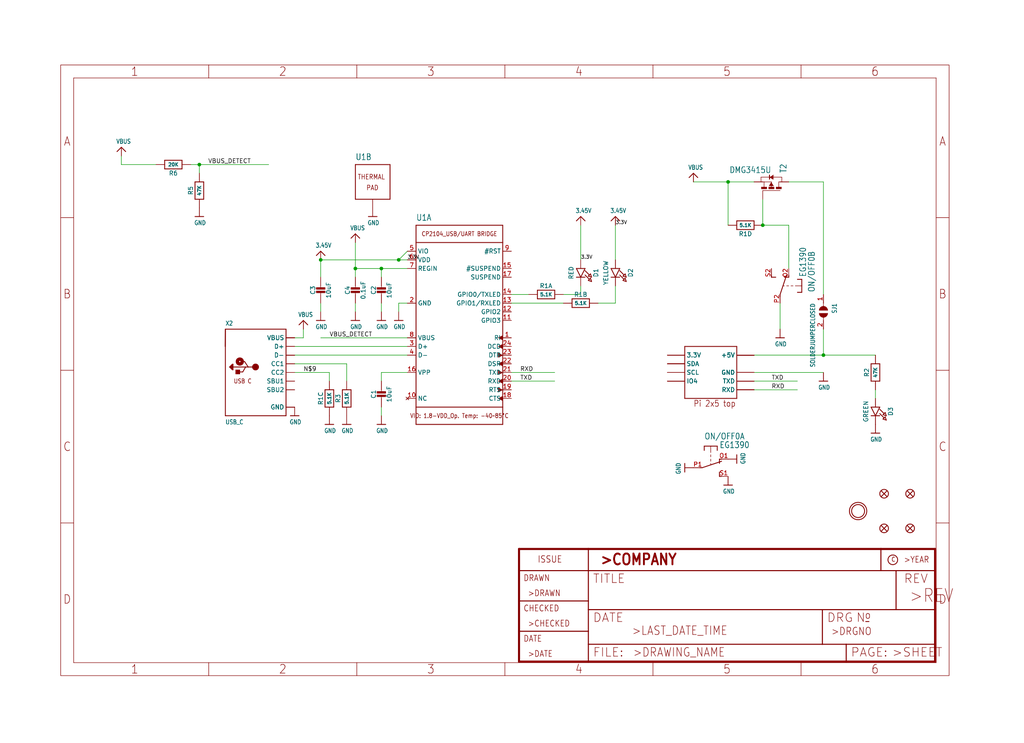
<source format=kicad_sch>
(kicad_sch (version 20211123) (generator eeschema)
  (paper "User" 300.076 217.881)
  (lib_symbols
    (symbol "eagleSchem-eagle-import:3.3V" (power)
      (property "Value" "3.3V" (at -1.524 1.016 0))
      (symbol "3.3V_1_0"
        (polyline (pts (xy -1.27 -1.27) (xy 0 0)) (stroke (width 0.254)))
        (polyline (pts (xy 0 0) (xy 1.27 -1.27)) (stroke (width 0.254)))
        (pin power_in line (at 0 -2.54 90) (length 2.54) (name "3.3V") (number "1"))
      )
    )
    (symbol "eagleSchem-eagle-import:CAP_CERAMIC0603_NO"
      (property "Reference" "C" (at -2.29 1.25 90))
      (property "Value" "CAP_CERAMIC0603_NO" (at 2.3 1.25 90))
      (symbol "CAP_CERAMIC0603_NO_1_0"
        (rectangle (start -1.27 0.508) (end 1.27 1.016) (fill (type outline)))
        (rectangle (start -1.27 1.524) (end 1.27 2.032) (fill (type outline)))
        (polyline (pts (xy 0 0.762) (xy 0 0)) (stroke (width 0.1524)))
        (polyline (pts (xy 0 2.54) (xy 0 1.778)) (stroke (width 0.1524)))
        (pin passive line (at 0 5.08 270) (length 2.54) (name "1") (number "1"))
        (pin passive line (at 0 -2.54 90) (length 2.54) (name "2") (number "2"))
      )
    )
    (symbol "eagleSchem-eagle-import:CAP_CERAMIC0805-NOOUTLINE"
      (property "Reference" "C" (at -2.29 1.25 90))
      (property "Value" "CAP_CERAMIC0805-NOOUTLINE" (at 2.3 1.25 90))
      (symbol "CAP_CERAMIC0805-NOOUTLINE_1_0"
        (rectangle (start -1.27 0.508) (end 1.27 1.016) (fill (type outline)))
        (rectangle (start -1.27 1.524) (end 1.27 2.032) (fill (type outline)))
        (polyline (pts (xy 0 0.762) (xy 0 0)) (stroke (width 0.1524)))
        (polyline (pts (xy 0 2.54) (xy 0 1.778)) (stroke (width 0.1524)))
        (pin passive line (at 0 5.08 270) (length 2.54) (name "1") (number "1"))
        (pin passive line (at 0 -2.54 90) (length 2.54) (name "2") (number "2"))
      )
    )
    (symbol "eagleSchem-eagle-import:CP2104"
      (property "Reference" "U" (at -5.08 6.35 0))
      (symbol "CP2104_1_0"
        (polyline (pts (xy -12.7 -30.48) (xy 12.7 -30.48)) (stroke (width 0.254)))
        (polyline (pts (xy -12.7 -25.4) (xy -12.7 -30.48)) (stroke (width 0.254)))
        (polyline (pts (xy -12.7 -25.4) (xy -12.7 22.86)) (stroke (width 0.254)))
        (polyline (pts (xy -12.7 22.86) (xy -12.7 27.94)) (stroke (width 0.254)))
        (polyline (pts (xy -12.7 22.86) (xy 12.7 22.86)) (stroke (width 0.254)))
        (polyline (pts (xy -12.7 27.94) (xy 12.7 27.94)) (stroke (width 0.254)))
        (polyline (pts (xy 12.7 -30.48) (xy 12.7 -25.4)) (stroke (width 0.254)))
        (polyline (pts (xy 12.7 -25.4) (xy -12.7 -25.4)) (stroke (width 0.254)))
        (polyline (pts (xy 12.7 22.86) (xy 12.7 -25.4)) (stroke (width 0.254)))
        (polyline (pts (xy 12.7 27.94) (xy 12.7 22.86)) (stroke (width 0.254)))
        (polyline (pts (xy 11.43 -19.685) (xy 11.43 -20.955) (xy 12.7 -20.32)) (fill (type outline)))
        (polyline (pts (xy 11.43 -14.605) (xy 11.43 -15.875) (xy 12.7 -15.24)) (fill (type outline)))
        (polyline (pts (xy 11.43 -9.525) (xy 11.43 -10.795) (xy 12.7 -10.16)) (fill (type outline)))
        (polyline (pts (xy 12.7 -22.225) (xy 11.43 -22.86) (xy 12.7 -23.495)) (fill (type outline)))
        (polyline (pts (xy 12.7 -17.145) (xy 11.43 -17.78) (xy 12.7 -18.415)) (fill (type outline)))
        (polyline (pts (xy 12.7 -12.065) (xy 11.43 -12.7) (xy 12.7 -13.335)) (fill (type outline)))
        (polyline (pts (xy 12.7 -6.985) (xy 11.43 -7.62) (xy 12.7 -8.255)) (fill (type outline)))
        (polyline (pts (xy 12.7 -4.445) (xy 11.43 -5.08) (xy 12.7 -5.715)) (fill (type outline)))
        (text "CP2104_USB/UART BRIDGE" (at 0 25.4 0) (effects (font (size 1.27 1.0795))))
        (text "VIO: 1.8-VDD_Op. Temp: -40~85°C" (at 0 -27.94 0) (effects (font (size 1.27 1.0795))))
        (pin input line (at 15.24 -5.08 180) (length 2.54) (name "RI") (number "1"))
        (pin no_connect line (at -15.24 -22.86 0) (length 2.54) (name "NC") (number "10"))
        (pin bidirectional line (at 15.24 0 180) (length 2.54) (name "GPIO3") (number "11"))
        (pin bidirectional line (at 15.24 2.54 180) (length 2.54) (name "GPIO2") (number "12"))
        (pin bidirectional line (at 15.24 5.08 180) (length 2.54) (name "GPIO1/RXLED") (number "13"))
        (pin bidirectional line (at 15.24 7.62 180) (length 2.54) (name "GPIO0/TXLED") (number "14"))
        (pin output line (at 15.24 15.24 180) (length 2.54) (name "#SUSPEND") (number "15"))
        (pin bidirectional line (at -15.24 -15.24 0) (length 2.54) (name "VPP") (number "16"))
        (pin output line (at 15.24 12.7 180) (length 2.54) (name "SUSPEND") (number "17"))
        (pin input line (at 15.24 -22.86 180) (length 2.54) (name "CTS") (number "18"))
        (pin output line (at 15.24 -20.32 180) (length 2.54) (name "RTS") (number "19"))
        (pin power_in line (at -15.24 5.08 0) (length 2.54) (name "GND") (number "2"))
        (pin input line (at 15.24 -17.78 180) (length 2.54) (name "RXD") (number "20"))
        (pin output line (at 15.24 -15.24 180) (length 2.54) (name "TXD") (number "21"))
        (pin input line (at 15.24 -12.7 180) (length 2.54) (name "DSR") (number "22"))
        (pin output line (at 15.24 -10.16 180) (length 2.54) (name "DTR") (number "23"))
        (pin input line (at 15.24 -7.62 180) (length 2.54) (name "DCD") (number "24"))
        (pin bidirectional line (at -15.24 -7.62 0) (length 2.54) (name "D+") (number "3"))
        (pin bidirectional line (at -15.24 -10.16 0) (length 2.54) (name "D-") (number "4"))
        (pin power_in line (at -15.24 20.32 0) (length 2.54) (name "VIO") (number "5"))
        (pin power_in line (at -15.24 17.78 0) (length 2.54) (name "VDD") (number "6"))
        (pin power_in line (at -15.24 15.24 0) (length 2.54) (name "REGIN") (number "7"))
        (pin power_in line (at -15.24 -5.08 0) (length 2.54) (name "VBUS") (number "8"))
        (pin bidirectional line (at 15.24 20.32 180) (length 2.54) (name "#RST") (number "9"))
      )
      (symbol "CP2104_2_0"
        (polyline (pts (xy -5.08 -5.08) (xy -5.08 5.08)) (stroke (width 0.254)))
        (polyline (pts (xy -5.08 5.08) (xy 5.08 5.08)) (stroke (width 0.254)))
        (polyline (pts (xy 5.08 -5.08) (xy -5.08 -5.08)) (stroke (width 0.254)))
        (polyline (pts (xy 5.08 5.08) (xy 5.08 -5.08)) (stroke (width 0.254)))
        (text "PAD" (at -1.905 -2.54 0) (effects (font (size 1.4224 1.209)) (justify left bottom)))
        (text "THERMAL" (at -4.445 0.635 0) (effects (font (size 1.4224 1.209)) (justify left bottom)))
        (pin power_in line (at 0 -7.62 90) (length 2.54) (name "TP") (number "THERM"))
      )
    )
    (symbol "eagleSchem-eagle-import:DPDT-EG1390"
      (property "Reference" "SW" (at -8.255 -1.905 90))
      (property "Value" "DPDT-EG1390" (at -5.715 2.54 90))
      (symbol "DPDT-EG1390_1_0"
        (polyline (pts (xy -6.35 -1.905) (xy -5.08 -1.905)) (stroke (width 0.254)))
        (polyline (pts (xy -6.35 0) (xy -6.35 -1.905)) (stroke (width 0.254)))
        (polyline (pts (xy -6.35 0) (xy -4.445 0)) (stroke (width 0.1524)))
        (polyline (pts (xy -6.35 1.905) (xy -6.35 0)) (stroke (width 0.254)))
        (polyline (pts (xy -6.35 1.905) (xy -5.08 1.905)) (stroke (width 0.254)))
        (polyline (pts (xy -3.175 0) (xy -3.81 0)) (stroke (width 0.1524)))
        (polyline (pts (xy -2.54 2.54) (xy -2.54 3.175)) (stroke (width 0.254)))
        (polyline (pts (xy -2.54 2.54) (xy -1.27 2.54)) (stroke (width 0.254)))
        (polyline (pts (xy -1.905 0) (xy -2.54 0)) (stroke (width 0.1524)))
        (polyline (pts (xy -0.889 0) (xy -1.27 0)) (stroke (width 0.1524)))
        (polyline (pts (xy 0 -3.175) (xy 0 -2.54)) (stroke (width 0.254)))
        (polyline (pts (xy 0 -2.54) (xy -1.905 3.175)) (stroke (width 0.254)))
        (polyline (pts (xy 1.27 2.54) (xy 2.54 2.54)) (stroke (width 0.254)))
        (polyline (pts (xy 2.54 2.54) (xy 2.54 3.175)) (stroke (width 0.254)))
        (pin passive line (at -2.54 5.08 270) (length 2.54) (name "O") (number "O1"))
        (pin passive line (at 0 -5.08 90) (length 2.54) (name "P") (number "P1"))
        (pin passive line (at 2.54 5.08 270) (length 2.54) (name "S") (number "S1"))
      )
      (symbol "DPDT-EG1390_2_0"
        (polyline (pts (xy -6.35 -1.905) (xy -5.08 -1.905)) (stroke (width 0.254)))
        (polyline (pts (xy -6.35 0) (xy -6.35 -1.905)) (stroke (width 0.254)))
        (polyline (pts (xy -6.35 0) (xy -4.445 0)) (stroke (width 0.1524)))
        (polyline (pts (xy -6.35 1.905) (xy -6.35 0)) (stroke (width 0.254)))
        (polyline (pts (xy -6.35 1.905) (xy -5.08 1.905)) (stroke (width 0.254)))
        (polyline (pts (xy -3.175 0) (xy -3.81 0)) (stroke (width 0.1524)))
        (polyline (pts (xy -2.54 2.54) (xy -2.54 3.175)) (stroke (width 0.254)))
        (polyline (pts (xy -2.54 2.54) (xy -1.27 2.54)) (stroke (width 0.254)))
        (polyline (pts (xy -1.905 0) (xy -2.54 0)) (stroke (width 0.1524)))
        (polyline (pts (xy -0.889 0) (xy -1.27 0)) (stroke (width 0.1524)))
        (polyline (pts (xy 0 -3.175) (xy 0 -2.54)) (stroke (width 0.254)))
        (polyline (pts (xy 0 -2.54) (xy -1.905 3.175)) (stroke (width 0.254)))
        (polyline (pts (xy 1.27 2.54) (xy 2.54 2.54)) (stroke (width 0.254)))
        (polyline (pts (xy 2.54 2.54) (xy 2.54 3.175)) (stroke (width 0.254)))
        (pin passive line (at -2.54 5.08 270) (length 2.54) (name "O") (number "O2"))
        (pin passive line (at 0 -5.08 90) (length 2.54) (name "P") (number "P2"))
        (pin passive line (at 2.54 5.08 270) (length 2.54) (name "S") (number "S2"))
      )
    )
    (symbol "eagleSchem-eagle-import:FIDUCIAL_1MM"
      (symbol "FIDUCIAL_1MM_1_0"
        (polyline (pts (xy -0.762 0.762) (xy 0.762 -0.762)) (stroke (width 0.254)))
        (polyline (pts (xy 0.762 0.762) (xy -0.762 -0.762)) (stroke (width 0.254)))
        (circle (center 0 0) (radius 1.27) (stroke (width 0.254)))
      )
    )
    (symbol "eagleSchem-eagle-import:FRAME_A4"
      (symbol "FRAME_A4_1_0"
        (polyline (pts (xy 0 44.7675) (xy 3.81 44.7675)))
        (polyline (pts (xy 0 89.535) (xy 3.81 89.535)))
        (polyline (pts (xy 0 134.3025) (xy 3.81 134.3025)))
        (polyline (pts (xy 3.81 3.81) (xy 3.81 175.26)))
        (polyline (pts (xy 43.3917 0) (xy 43.3917 3.81)))
        (polyline (pts (xy 43.3917 175.26) (xy 43.3917 179.07)))
        (polyline (pts (xy 86.7833 0) (xy 86.7833 3.81)))
        (polyline (pts (xy 86.7833 175.26) (xy 86.7833 179.07)))
        (polyline (pts (xy 130.175 0) (xy 130.175 3.81)))
        (polyline (pts (xy 130.175 175.26) (xy 130.175 179.07)))
        (polyline (pts (xy 173.5667 0) (xy 173.5667 3.81)))
        (polyline (pts (xy 173.5667 175.26) (xy 173.5667 179.07)))
        (polyline (pts (xy 216.9583 0) (xy 216.9583 3.81)))
        (polyline (pts (xy 216.9583 175.26) (xy 216.9583 179.07)))
        (polyline (pts (xy 256.54 3.81) (xy 3.81 3.81)))
        (polyline (pts (xy 256.54 3.81) (xy 256.54 8.89)) (stroke (width 0.1016)))
        (polyline (pts (xy 256.54 3.81) (xy 256.54 175.26)))
        (polyline (pts (xy 256.54 8.89) (xy 256.54 13.97)) (stroke (width 0.1016)))
        (polyline (pts (xy 256.54 13.97) (xy 256.54 19.05)) (stroke (width 0.1016)))
        (polyline (pts (xy 256.54 19.05) (xy 256.54 36.83)) (stroke (width 0.1016)))
        (polyline (pts (xy 256.54 44.7675) (xy 260.35 44.7675)))
        (polyline (pts (xy 256.54 89.535) (xy 260.35 89.535)))
        (polyline (pts (xy 256.54 134.3025) (xy 260.35 134.3025)))
        (polyline (pts (xy 256.54 175.26) (xy 3.81 175.26)))
        (polyline (pts (xy 0 0) (xy 260.35 0) (xy 260.35 179.07) (xy 0 179.07) (xy 0 0)))
        (text "1" (at 21.6958 1.905 0) (effects (font (size 2.54 2.286))))
        (text "1" (at 21.6958 177.165 0) (effects (font (size 2.54 2.286))))
        (text "2" (at 65.0875 1.905 0) (effects (font (size 2.54 2.286))))
        (text "2" (at 65.0875 177.165 0) (effects (font (size 2.54 2.286))))
        (text "3" (at 108.4792 1.905 0) (effects (font (size 2.54 2.286))))
        (text "3" (at 108.4792 177.165 0) (effects (font (size 2.54 2.286))))
        (text "4" (at 151.8708 1.905 0) (effects (font (size 2.54 2.286))))
        (text "4" (at 151.8708 177.165 0) (effects (font (size 2.54 2.286))))
        (text "5" (at 195.2625 1.905 0) (effects (font (size 2.54 2.286))))
        (text "5" (at 195.2625 177.165 0) (effects (font (size 2.54 2.286))))
        (text "6" (at 238.6542 1.905 0) (effects (font (size 2.54 2.286))))
        (text "6" (at 238.6542 177.165 0) (effects (font (size 2.54 2.286))))
        (text "A" (at 1.905 156.6863 0) (effects (font (size 2.54 2.286))))
        (text "A" (at 258.445 156.6863 0) (effects (font (size 2.54 2.286))))
        (text "B" (at 1.905 111.9188 0) (effects (font (size 2.54 2.286))))
        (text "B" (at 258.445 111.9188 0) (effects (font (size 2.54 2.286))))
        (text "C" (at 1.905 67.1513 0) (effects (font (size 2.54 2.286))))
        (text "C" (at 258.445 67.1513 0) (effects (font (size 2.54 2.286))))
        (text "D" (at 1.905 22.3838 0) (effects (font (size 2.54 2.286))))
        (text "D" (at 258.445 22.3838 0) (effects (font (size 2.54 2.286))))
      )
      (symbol "FRAME_A4_2_0"
        (polyline (pts (xy -0.3048 1.5748) (xy 20.0152 1.5748)) (stroke (width 0.6096)))
        (polyline (pts (xy -0.3048 10.4648) (xy -0.3048 1.5748)) (stroke (width 0.6096)))
        (polyline (pts (xy -0.3048 10.4648) (xy 20.0152 10.4648)) (stroke (width 0.3048)))
        (polyline (pts (xy -0.3048 19.3548) (xy -0.3048 10.4648)) (stroke (width 0.6096)))
        (polyline (pts (xy -0.3048 19.3548) (xy 20.0152 19.3548)) (stroke (width 0.3048)))
        (polyline (pts (xy -0.3048 28.2448) (xy -0.3048 19.3548)) (stroke (width 0.6096)))
        (polyline (pts (xy -0.3048 28.2448) (xy 20.0152 28.2448)) (stroke (width 0.3048)))
        (polyline (pts (xy -0.3048 34.5948) (xy -0.3048 28.2448)) (stroke (width 0.6096)))
        (polyline (pts (xy 20.0152 1.5748) (xy 20.0152 6.6548)) (stroke (width 0.3048)))
        (polyline (pts (xy 20.0152 1.5748) (xy 95.5802 1.5748)) (stroke (width 0.6096)))
        (polyline (pts (xy 20.0152 6.6548) (xy 20.0152 10.4648)) (stroke (width 0.3048)))
        (polyline (pts (xy 20.0152 6.6548) (xy 88.5952 6.6548)) (stroke (width 0.3048)))
        (polyline (pts (xy 20.0152 10.4648) (xy 20.0152 16.8148)) (stroke (width 0.3048)))
        (polyline (pts (xy 20.0152 16.8148) (xy 20.0152 19.3548)) (stroke (width 0.3048)))
        (polyline (pts (xy 20.0152 19.3548) (xy 20.0152 28.2448)) (stroke (width 0.3048)))
        (polyline (pts (xy 20.0152 28.2448) (xy 20.0152 34.5948)) (stroke (width 0.3048)))
        (polyline (pts (xy 20.0152 28.2448) (xy 105.7402 28.2448)) (stroke (width 0.3048)))
        (polyline (pts (xy 20.0152 34.5948) (xy -0.3048 34.5948)) (stroke (width 0.6096)))
        (polyline (pts (xy 88.5952 6.6548) (xy 95.5802 6.6548)) (stroke (width 0.3048)))
        (polyline (pts (xy 88.5952 16.8148) (xy 20.0152 16.8148)) (stroke (width 0.3048)))
        (polyline (pts (xy 88.5952 16.8148) (xy 88.5952 6.6548)) (stroke (width 0.3048)))
        (polyline (pts (xy 95.5802 1.5748) (xy 121.6152 1.5748)) (stroke (width 0.6096)))
        (polyline (pts (xy 95.5802 6.6548) (xy 95.5802 1.5748)) (stroke (width 0.3048)))
        (polyline (pts (xy 95.5802 6.6548) (xy 121.6152 6.6548)) (stroke (width 0.3048)))
        (polyline (pts (xy 101.2952 13.3223) (xy 102.2477 13.3223)) (stroke (width 0.254)))
        (polyline (pts (xy 105.7402 28.2448) (xy 105.7402 34.5948)) (stroke (width 0.3048)))
        (polyline (pts (xy 105.7402 28.2448) (xy 110.1852 28.2448)) (stroke (width 0.3048)))
        (polyline (pts (xy 105.7402 34.5948) (xy 20.0152 34.5948)) (stroke (width 0.6096)))
        (polyline (pts (xy 110.1852 16.8148) (xy 88.5952 16.8148)) (stroke (width 0.3048)))
        (polyline (pts (xy 110.1852 28.2448) (xy 110.1852 16.8148)) (stroke (width 0.3048)))
        (polyline (pts (xy 110.1852 28.2448) (xy 121.6152 28.2448)) (stroke (width 0.3048)))
        (polyline (pts (xy 121.6152 6.6548) (xy 121.6152 1.5748)) (stroke (width 0.6096)))
        (polyline (pts (xy 121.6152 16.8148) (xy 110.1852 16.8148)) (stroke (width 0.3048)))
        (polyline (pts (xy 121.6152 16.8148) (xy 121.6152 6.6548)) (stroke (width 0.6096)))
        (polyline (pts (xy 121.6152 28.2448) (xy 121.6152 16.8148)) (stroke (width 0.6096)))
        (polyline (pts (xy 121.6152 34.5948) (xy 105.7402 34.5948)) (stroke (width 0.6096)))
        (polyline (pts (xy 121.6152 34.5948) (xy 121.6152 28.2448)) (stroke (width 0.6096)))
        (circle (center 109.2327 31.4198) (radius 1.4199) (stroke (width 0.254)))
        (text ">CHECKED" (at 2.2352 11.7348 0) (effects (font (size 1.778 1.5113)) (justify left bottom)))
        (text ">COMPANY" (at 23.349 29.6735 0) (effects (font (size 3.175 2.6987) (thickness 0.5397) bold) (justify left bottom)))
        (text ">DATE" (at 2.2352 2.8448 0) (effects (font (size 1.778 1.5113)) (justify left bottom)))
        (text ">DRAWING_NAME" (at 33.0327 2.8448 0) (effects (font (size 2.54 2.159)) (justify left bottom)))
        (text ">DRAWN" (at 2.2352 20.6248 0) (effects (font (size 1.778 1.5113)) (justify left bottom)))
        (text ">DRGNO" (at 91.1352 9.1948 0) (effects (font (size 2.1844 1.8567)) (justify left bottom)))
        (text ">LAST_DATE_TIME" (at 32.7152 9.1948 0) (effects (font (size 2.54 2.159)) (justify left bottom)))
        (text ">REV" (at 113.9952 18.7198 0) (effects (font (size 3.81 3.2385)) (justify left bottom)))
        (text ">SHEET" (at 108.9152 2.8448 0) (effects (font (size 2.54 2.54)) (justify left bottom)))
        (text ">YEAR" (at 112.4077 30.4673 0) (effects (font (size 1.778 1.5113)) (justify left bottom)))
        (text "C" (at 108.7564 30.7848 0) (effects (font (size 1.27 1.0795)) (justify left bottom)))
        (text "CHECKED" (at 0.9652 16.1798 0) (effects (font (size 1.778 1.5113)) (justify left bottom)))
        (text "DATE" (at 0.9652 7.2898 0) (effects (font (size 1.778 1.5113)) (justify left bottom)))
        (text "DATE" (at 21.2852 13.0048 0) (effects (font (size 2.54 2.54)) (justify left bottom)))
        (text "DRAWN" (at 0.9652 25.0698 0) (effects (font (size 1.778 1.5113)) (justify left bottom)))
        (text "DRG" (at 89.8652 13.0048 0) (effects (font (size 2.54 2.54)) (justify left bottom)))
        (text "FILE:" (at 21.2852 2.8448 0) (effects (font (size 2.54 2.54)) (justify left bottom)))
        (text "ISSUE" (at 5.0927 30.4673 0) (effects (font (size 1.9304 1.6408)) (justify left bottom)))
        (text "N" (at 98.4377 13.0048 0) (effects (font (size 2.54 2.54)) (justify left bottom)))
        (text "o" (at 100.9777 13.9573 0) (effects (font (size 2.1844 1.8567)) (justify left bottom)))
        (text "PAGE:" (at 96.8502 2.8448 0) (effects (font (size 2.54 2.54)) (justify left bottom)))
        (text "REV" (at 112.4077 24.4348 0) (effects (font (size 2.54 2.54)) (justify left bottom)))
        (text "TITLE" (at 21.2852 24.4348 0) (effects (font (size 2.54 2.54)) (justify left bottom)))
      )
    )
    (symbol "eagleSchem-eagle-import:GND" (power)
      (property "Value" "GND" (at -1.524 -2.54 0))
      (symbol "GND_1_0"
        (polyline (pts (xy -1.27 0) (xy 1.27 0)) (stroke (width 0.254)))
        (pin power_in line (at 0 2.54 270) (length 2.54) (name "GND") (number "1"))
      )
    )
    (symbol "eagleSchem-eagle-import:LED0603_NOOUTLINE"
      (property "Reference" "D" (at -1.27 4.445 0))
      (property "Value" "LED0603_NOOUTLINE" (at -1.27 -2.794 0))
      (symbol "LED0603_NOOUTLINE_1_0"
        (polyline (pts (xy -2.54 -1.27) (xy 0 0)) (stroke (width 0.254)))
        (polyline (pts (xy -2.54 1.27) (xy -2.54 -1.27)) (stroke (width 0.254)))
        (polyline (pts (xy -1.905 1.27) (xy -0.635 2.54)) (stroke (width 0.254)))
        (polyline (pts (xy -0.9525 2.8575) (xy -0.3175 2.2225)) (stroke (width 0.254)))
        (polyline (pts (xy -0.635 1.27) (xy 0.635 2.54)) (stroke (width 0.254)))
        (polyline (pts (xy -0.3175 2.2225) (xy 0 3.175)) (stroke (width 0.254)))
        (polyline (pts (xy 0 0) (xy -2.54 1.27)) (stroke (width 0.254)))
        (polyline (pts (xy 0 0) (xy 0 -1.27)) (stroke (width 0.254)))
        (polyline (pts (xy 0 1.27) (xy 0 0)) (stroke (width 0.254)))
        (polyline (pts (xy 0 3.175) (xy -0.9525 2.8575)) (stroke (width 0.254)))
        (polyline (pts (xy 0.3175 2.8575) (xy 0.9525 2.2225)) (stroke (width 0.254)))
        (polyline (pts (xy 0.9525 2.2225) (xy 1.27 3.175)) (stroke (width 0.254)))
        (polyline (pts (xy 1.27 3.175) (xy 0.3175 2.8575)) (stroke (width 0.254)))
        (pin passive line (at -5.08 0 0) (length 2.54) (name "A") (number "A"))
        (pin passive line (at 2.54 0 180) (length 2.54) (name "C") (number "C"))
      )
    )
    (symbol "eagleSchem-eagle-import:MOUNTINGHOLE3.0THIN"
      (symbol "MOUNTINGHOLE3.0THIN_1_0"
        (circle (center 0 0) (radius 1.905) (stroke (width 0.254)))
        (circle (center 0 0) (radius 2.54) (stroke (width 0.254)))
      )
    )
    (symbol "eagleSchem-eagle-import:PMOSSOT23"
      (property "Reference" "T" (at 2.54 2.54 0))
      (property "Value" "PMOSSOT23" (at 2.54 0 0))
      (symbol "PMOSSOT23_1_0"
        (rectangle (start -2.032 -2.921) (end -1.524 -1.397) (fill (type outline)))
        (rectangle (start -2.032 -0.762) (end -1.524 0.762) (fill (type outline)))
        (rectangle (start -2.032 1.397) (end -1.524 2.921) (fill (type outline)))
        (polyline (pts (xy -2.54 -2.54) (xy -2.54 2.54)) (stroke (width 0.1524)))
        (polyline (pts (xy -1.651 0) (xy 0 0)) (stroke (width 0.1524)))
        (polyline (pts (xy -1.524 -2.159) (xy 0 -2.159)) (stroke (width 0.1524)))
        (polyline (pts (xy -1.524 2.159) (xy 0 2.159)) (stroke (width 0.1524)))
        (polyline (pts (xy 0 -2.159) (xy 0 -2.54)) (stroke (width 0.1524)))
        (polyline (pts (xy 0 0) (xy 0 -2.159)) (stroke (width 0.1524)))
        (polyline (pts (xy 0 2.159) (xy 0 2.54)) (stroke (width 0.1524)))
        (polyline (pts (xy 0 3.048) (xy 1.397 3.048)) (stroke (width 0.1524)))
        (polyline (pts (xy 1.397 -3.048) (xy 0 -3.048)) (stroke (width 0.1524)))
        (polyline (pts (xy 1.397 -0.508) (xy 1.397 -3.048)) (stroke (width 0.1524)))
        (polyline (pts (xy 1.397 3.048) (xy 1.397 0.381)) (stroke (width 0.1524)))
        (polyline (pts (xy -0.127 0) (xy -1.143 -0.635) (xy -1.143 0.635)) (fill (type outline)))
        (polyline (pts (xy 1.397 -0.508) (xy 0.762 0.508) (xy 2.032 0.508)) (fill (type outline)))
        (rectangle (start 0.762 -0.635) (end 2.032 -0.508) (fill (type outline)))
        (pin passive line (at 0 5.08 270) (length 2.54) (name "D") (number "1"))
        (pin passive line (at 0 -5.08 90) (length 2.54) (name "S") (number "2"))
        (pin passive line (at -5.08 -2.54 0) (length 2.54) (name "G") (number "3"))
      )
    )
    (symbol "eagleSchem-eagle-import:RASPBERRYPI_2X5"
      (symbol "RASPBERRYPI_2X5_1_0"
        (polyline (pts (xy -7.62 -7.62) (xy -7.62 7.62)) (stroke (width 0.254)))
        (polyline (pts (xy -7.62 7.62) (xy 7.62 7.62)) (stroke (width 0.254)))
        (polyline (pts (xy 7.62 -7.62) (xy -7.62 -7.62)) (stroke (width 0.254)))
        (polyline (pts (xy 7.62 7.62) (xy 7.62 -7.62)) (stroke (width 0.254)))
        (text "Pi 2x5 top" (at -5.08 -10.16 0) (effects (font (size 1.778 1.5113)) (justify left bottom)))
        (pin bidirectional line (at -12.7 5.08 0) (length 5.08) (name "3.3V") (number "1"))
        (pin bidirectional line (at -12.7 5.08 0) (length 5.08) (name "3.3V") (number "1'"))
        (pin input line (at 12.7 -5.08 180) (length 5.08) (name "RXD") (number "10"))
        (pin input line (at 12.7 -5.08 180) (length 5.08) (name "RXD") (number "10'"))
        (pin bidirectional line (at 12.7 5.08 180) (length 5.08) (name "+5V") (number "2"))
        (pin bidirectional line (at 12.7 5.08 180) (length 5.08) (name "+5V") (number "2'"))
        (pin bidirectional line (at -12.7 2.54 0) (length 5.08) (name "SDA") (number "3"))
        (pin bidirectional line (at -12.7 2.54 0) (length 5.08) (name "SDA") (number "3'"))
        (pin bidirectional line (at 12.7 5.08 180) (length 5.08) (name "+5V") (number "4"))
        (pin bidirectional line (at 12.7 5.08 180) (length 5.08) (name "+5V") (number "4'"))
        (pin bidirectional line (at -12.7 -2.54 0) (length 5.08) (name "IO4") (number "5"))
        (pin bidirectional line (at -12.7 -2.54 0) (length 5.08) (name "IO4") (number "5'"))
        (pin power_in line (at 12.7 0 180) (length 5.08) (name "GND") (number "6"))
        (pin power_in line (at 12.7 0 180) (length 5.08) (name "GND") (number "6'"))
        (pin bidirectional line (at -12.7 0 0) (length 5.08) (name "SCL") (number "7"))
        (pin bidirectional line (at -12.7 0 0) (length 5.08) (name "SCL") (number "7'"))
        (pin output line (at 12.7 -2.54 180) (length 5.08) (name "TXD") (number "8"))
        (pin output line (at 12.7 -2.54 180) (length 5.08) (name "TXD") (number "8'"))
        (pin power_in line (at 12.7 0 180) (length 5.08) (name "GND") (number "9"))
        (pin power_in line (at 12.7 0 180) (length 5.08) (name "GND") (number "9'"))
      )
    )
    (symbol "eagleSchem-eagle-import:RESISTOR_0603_NOOUT"
      (property "Reference" "R" (at 0 2.54 0))
      (property "Value" "RESISTOR_0603_NOOUT" (at 0 0 0))
      (symbol "RESISTOR_0603_NOOUT_1_0"
        (polyline (pts (xy -2.54 -1.27) (xy -2.54 1.27)) (stroke (width 0.254)))
        (polyline (pts (xy -2.54 1.27) (xy 2.54 1.27)) (stroke (width 0.254)))
        (polyline (pts (xy 2.54 -1.27) (xy -2.54 -1.27)) (stroke (width 0.254)))
        (polyline (pts (xy 2.54 1.27) (xy 2.54 -1.27)) (stroke (width 0.254)))
        (pin passive line (at -5.08 0 0) (length 2.54) (name "1") (number "1"))
        (pin passive line (at 5.08 0 180) (length 2.54) (name "2") (number "2"))
      )
    )
    (symbol "eagleSchem-eagle-import:RESISTOR_4PACK"
      (property "Reference" "R" (at 0 2.54 0))
      (property "Value" "RESISTOR_4PACK" (at 0 0 0))
      (symbol "RESISTOR_4PACK_1_0"
        (polyline (pts (xy -2.54 -1.27) (xy -2.54 1.27)) (stroke (width 0.254)))
        (polyline (pts (xy -2.54 1.27) (xy 2.54 1.27)) (stroke (width 0.254)))
        (polyline (pts (xy 2.54 -1.27) (xy -2.54 -1.27)) (stroke (width 0.254)))
        (polyline (pts (xy 2.54 1.27) (xy 2.54 -1.27)) (stroke (width 0.254)))
        (pin passive line (at -5.08 0 0) (length 2.54) (name "1") (number "1"))
        (pin passive line (at 5.08 0 180) (length 2.54) (name "2") (number "8"))
      )
      (symbol "RESISTOR_4PACK_2_0"
        (polyline (pts (xy -2.54 -1.27) (xy -2.54 1.27)) (stroke (width 0.254)))
        (polyline (pts (xy -2.54 1.27) (xy 2.54 1.27)) (stroke (width 0.254)))
        (polyline (pts (xy 2.54 -1.27) (xy -2.54 -1.27)) (stroke (width 0.254)))
        (polyline (pts (xy 2.54 1.27) (xy 2.54 -1.27)) (stroke (width 0.254)))
        (pin passive line (at -5.08 0 0) (length 2.54) (name "1") (number "2"))
        (pin passive line (at 5.08 0 180) (length 2.54) (name "2") (number "7"))
      )
      (symbol "RESISTOR_4PACK_3_0"
        (polyline (pts (xy -2.54 -1.27) (xy -2.54 1.27)) (stroke (width 0.254)))
        (polyline (pts (xy -2.54 1.27) (xy 2.54 1.27)) (stroke (width 0.254)))
        (polyline (pts (xy 2.54 -1.27) (xy -2.54 -1.27)) (stroke (width 0.254)))
        (polyline (pts (xy 2.54 1.27) (xy 2.54 -1.27)) (stroke (width 0.254)))
        (pin passive line (at -5.08 0 0) (length 2.54) (name "1") (number "3"))
        (pin passive line (at 5.08 0 180) (length 2.54) (name "2") (number "6"))
      )
      (symbol "RESISTOR_4PACK_4_0"
        (polyline (pts (xy -2.54 -1.27) (xy -2.54 1.27)) (stroke (width 0.254)))
        (polyline (pts (xy -2.54 1.27) (xy 2.54 1.27)) (stroke (width 0.254)))
        (polyline (pts (xy 2.54 -1.27) (xy -2.54 -1.27)) (stroke (width 0.254)))
        (polyline (pts (xy 2.54 1.27) (xy 2.54 -1.27)) (stroke (width 0.254)))
        (pin passive line (at -5.08 0 0) (length 2.54) (name "1") (number "4"))
        (pin passive line (at 5.08 0 180) (length 2.54) (name "2") (number "5"))
      )
    )
    (symbol "eagleSchem-eagle-import:SOLDERJUMPERCLOSED"
      (property "Reference" "SJ" (at -2.54 2.54 0))
      (property "Value" "SOLDERJUMPERCLOSED" (at -2.54 -3.81 0))
      (symbol "SOLDERJUMPERCLOSED_1_0"
        (arc (start -0.381 1.2699) (mid -1.6508 0) (end -0.381 -1.2699) (stroke (width 0.0001)) (fill (type outline)))
        (polyline (pts (xy -2.54 0) (xy -1.651 0)) (stroke (width 0.1524)))
        (polyline (pts (xy 2.54 0) (xy 1.651 0)) (stroke (width 0.1524)))
        (arc (start 0.381 -1.2699) (mid 1.6508 0) (end 0.381 1.2699) (stroke (width 0.0001)) (fill (type outline)))
        (pin passive line (at -5.08 0 0) (length 2.54) (name "1") (number "1"))
        (pin passive line (at 5.08 0 180) (length 2.54) (name "2") (number "2"))
      )
    )
    (symbol "eagleSchem-eagle-import:USB_C"
      (property "Reference" "X" (at -10.16 13.716 0))
      (property "Value" "USB_C" (at -10.16 -15.24 0))
      (symbol "USB_C_1_0"
        (rectangle (start -7.12 -0.45) (end -5.92 0.75) (fill (type outline)))
        (circle (center -5.92 3.2) (radius 0.2) (stroke (width 1)))
        (circle (center -1.32 1.6) (radius 0.5) (stroke (width 1)))
        (polyline (pts (xy -10.2 7.62) (xy -10.16 12.7)) (stroke (width 0.254)))
        (polyline (pts (xy -10.16 -12.7) (xy 7.62 -12.7)) (stroke (width 0.254)))
        (polyline (pts (xy -10.16 12.7) (xy -10.16 -12.7)) (stroke (width 0.254)))
        (polyline (pts (xy -10.16 12.7) (xy 7.62 12.7)) (stroke (width 0.254)))
        (polyline (pts (xy -8.92 1.6) (xy -8.12 2.4)) (stroke (width 0.254)))
        (polyline (pts (xy -8.52 1.4) (xy -8.32 1.2)) (stroke (width 0.254)))
        (polyline (pts (xy -8.52 1.6) (xy -8.52 1.4)) (stroke (width 0.254)))
        (polyline (pts (xy -8.32 1.2) (xy -8.32 2)) (stroke (width 0.254)))
        (polyline (pts (xy -8.32 2) (xy -8.72 1.6)) (stroke (width 0.254)))
        (polyline (pts (xy -8.12 0.8) (xy -8.92 1.6)) (stroke (width 0.254)))
        (polyline (pts (xy -8.12 1) (xy -8.12 2.4)) (stroke (width 0.254)))
        (polyline (pts (xy -8.12 2.4) (xy -7.92 2.4)) (stroke (width 0.254)))
        (polyline (pts (xy -7.92 0.8) (xy -8.12 0.8)) (stroke (width 0.254)))
        (polyline (pts (xy -7.92 1.6) (xy -7.92 0.8)) (stroke (width 0.254)))
        (polyline (pts (xy -7.92 2.4) (xy -7.92 1.6)) (stroke (width 0.254)))
        (polyline (pts (xy -6.27 0.15) (xy -5.07 0.15)) (stroke (width 0.254)))
        (polyline (pts (xy -5.52 3.2) (xy -4.52 3.2)) (stroke (width 0.254)))
        (polyline (pts (xy -5.07 0.15) (xy -4.22 1.6)) (stroke (width 0.254)))
        (polyline (pts (xy -4.52 3.2) (xy -3.47 1.6)) (stroke (width 0.254)))
        (polyline (pts (xy -4.22 1.6) (xy -7.92 1.6)) (stroke (width 0.254)))
        (polyline (pts (xy -3.47 1.6) (xy -4.22 1.6)) (stroke (width 0.254)))
        (polyline (pts (xy -1.32 1.6) (xy -3.47 1.6)) (stroke (width 0.254)))
        (polyline (pts (xy 7.62 12.7) (xy 7.62 -12.7)) (stroke (width 0.254)))
        (text "USB C" (at -5.08 -2.54 0) (effects (font (size 1.27 1.0795))))
        (pin power_in line (at 10.16 -10.16 180) (length 2.54) (name "GND") (number "A1B12"))
        (pin power_in line (at 10.16 10.16 180) (length 2.54) (name "VBUS") (number "A4B9"))
        (pin bidirectional line (at 10.16 2.54 180) (length 2.54) (name "CC1") (number "A5"))
        (pin bidirectional line (at 10.16 7.62 180) (length 2.54) (name "D+") (number "A6"))
        (pin bidirectional line (at 10.16 5.08 180) (length 2.54) (name "D-") (number "A7"))
        (pin bidirectional line (at 10.16 -2.54 180) (length 2.54) (name "SBU1") (number "A8"))
        (pin power_in line (at 10.16 -10.16 180) (length 2.54) (name "GND") (number "B1A12"))
        (pin power_in line (at 10.16 10.16 180) (length 2.54) (name "VBUS") (number "B4A9"))
        (pin bidirectional line (at 10.16 0 180) (length 2.54) (name "CC2") (number "B5"))
        (pin bidirectional line (at 10.16 7.62 180) (length 2.54) (name "D+") (number "B6"))
        (pin bidirectional line (at 10.16 5.08 180) (length 2.54) (name "D-") (number "B7"))
        (pin bidirectional line (at 10.16 -5.08 180) (length 2.54) (name "SBU2") (number "B8"))
      )
    )
    (symbol "eagleSchem-eagle-import:VBUS" (power)
      (property "Value" "VBUS" (at -1.524 1.016 0))
      (symbol "VBUS_1_0"
        (polyline (pts (xy -1.27 -1.27) (xy 0 0)) (stroke (width 0.254)))
        (polyline (pts (xy 0 0) (xy 1.27 -1.27)) (stroke (width 0.254)))
        (pin power_in line (at 0 -2.54 90) (length 2.54) (name "VBUS") (number "1"))
      )
    )
  )
  (junction (at 58.42 48.26))
  (junction (at 93.98 76.2))
  (junction (at 223.52 66.04))
  (junction (at 213.36 53.34))
  (junction (at 104.14 78.74))
  (junction (at 116.84 76.2))
  (junction (at 241.3 104.14))
  (junction (at 111.76 78.74))
  (wire (pts (xy 111.76 78.74) (xy 104.14 78.74)))
  (wire (pts (xy 256.54 116.84) (xy 256.54 114.3)))
  (wire (pts (xy 86.36 99.06) (xy 88.9 99.06)))
  (wire (pts (xy 241.3 86.36) (xy 241.3 53.34)))
  (wire (pts (xy 223.52 66.04) (xy 231.14 66.04)))
  (wire (pts (xy 119.38 88.9) (xy 116.84 88.9)))
  (wire (pts (xy 228.6 88.9) (xy 228.6 96.52)))
  (wire (pts (xy 111.76 88.9) (xy 111.76 91.44)))
  (wire (pts (xy 203.2 53.34) (xy 213.36 53.34)))
  (wire (pts (xy 165.1 86.36) (xy 170.18 86.36)))
  (wire (pts (xy 241.3 104.14) (xy 220.98 104.14)))
  (wire (pts (xy 86.36 101.6) (xy 119.38 101.6)))
  (wire (pts (xy 86.36 109.22) (xy 96.52 109.22)))
  (wire (pts (xy 116.84 76.2) (xy 93.98 76.2)))
  (wire (pts (xy 149.86 86.36) (xy 154.94 86.36)))
  (wire (pts (xy 241.3 104.14) (xy 256.54 104.14)))
  (wire (pts (xy 93.98 76.2) (xy 93.98 81.28)))
  (wire (pts (xy 111.76 119.38) (xy 111.76 121.92)))
  (wire (pts (xy 86.36 104.14) (xy 119.38 104.14)))
  (wire (pts (xy 45.72 48.26) (xy 35.56 48.26)))
  (wire (pts (xy 213.36 66.04) (xy 213.36 53.34)))
  (wire (pts (xy 119.38 78.74) (xy 111.76 78.74)))
  (wire (pts (xy 119.38 109.22) (xy 111.76 109.22)))
  (wire (pts (xy 86.36 106.68) (xy 101.6 106.68)))
  (wire (pts (xy 104.14 78.74) (xy 104.14 81.28)))
  (wire (pts (xy 58.42 48.26) (xy 58.42 50.8)))
  (wire (pts (xy 119.38 73.66) (xy 116.84 76.2)))
  (wire (pts (xy 116.84 88.9) (xy 116.84 91.44)))
  (wire (pts (xy 241.3 96.52) (xy 241.3 104.14)))
  (wire (pts (xy 220.98 111.76) (xy 233.68 111.76)))
  (wire (pts (xy 96.52 109.22) (xy 96.52 111.76)))
  (wire (pts (xy 241.3 109.22) (xy 220.98 109.22)))
  (wire (pts (xy 180.34 88.9) (xy 180.34 83.82)))
  (wire (pts (xy 104.14 88.9) (xy 104.14 91.44)))
  (wire (pts (xy 231.14 53.34) (xy 241.3 53.34)))
  (wire (pts (xy 233.68 114.3) (xy 220.98 114.3)))
  (wire (pts (xy 35.56 48.26) (xy 35.56 45.72)))
  (wire (pts (xy 149.86 109.22) (xy 162.56 109.22)))
  (wire (pts (xy 149.86 88.9) (xy 165.1 88.9)))
  (wire (pts (xy 119.38 76.2) (xy 116.84 76.2)))
  (wire (pts (xy 104.14 78.74) (xy 104.14 71.12)))
  (wire (pts (xy 111.76 109.22) (xy 111.76 111.76)))
  (wire (pts (xy 170.18 86.36) (xy 170.18 83.82)))
  (wire (pts (xy 162.56 111.76) (xy 149.86 111.76)))
  (wire (pts (xy 101.6 106.68) (xy 101.6 111.76)))
  (wire (pts (xy 231.14 66.04) (xy 231.14 78.74)))
  (wire (pts (xy 180.34 66.04) (xy 180.34 76.2)))
  (wire (pts (xy 78.74 48.26) (xy 58.42 48.26)))
  (wire (pts (xy 88.9 99.06) (xy 88.9 96.52)))
  (wire (pts (xy 111.76 78.74) (xy 111.76 81.28)))
  (wire (pts (xy 223.52 66.04) (xy 223.52 58.42)))
  (wire (pts (xy 170.18 76.2) (xy 170.18 66.04)))
  (wire (pts (xy 175.26 88.9) (xy 180.34 88.9)))
  (wire (pts (xy 119.38 99.06) (xy 93.98 99.06)))
  (wire (pts (xy 213.36 53.34) (xy 220.98 53.34)))
  (wire (pts (xy 93.98 88.9) (xy 93.98 91.44)))
  (wire (pts (xy 58.42 48.26) (xy 55.88 48.26)))
  (label "VBUS_DETECT" (at 60.96 48.26 0) (effects (font (size 1.2446 1.2446))))
  (label "3.3V" (at 170.18 76.2 0) (effects (font (size 1.016 1.016))))
  (label "RXD" (at 226.06 114.3 0) (effects (font (size 1.2446 1.2446))))
  (label "3.3V" (at 119.38 76.2 0) (effects (font (size 1.016 1.016))))
  (label "3.3V" (at 180.34 66.04 0) (effects (font (size 1.016 1.016))))
  (label "TXD" (at 152.4 111.76 0) (effects (font (size 1.2446 1.2446))))
  (label "VBUS_DETECT" (at 96.52 99.06 0) (effects (font (size 1.2446 1.2446))))
  (label "N$9" (at 88.9 109.22 0) (effects (font (size 1.2446 1.2446))))
  (label "TXD" (at 226.06 111.76 0) (effects (font (size 1.2446 1.2446))))
  (label "RXD" (at 152.4 109.22 0) (effects (font (size 1.2446 1.2446))))
  (symbol (lib_id "eagleSchem-eagle-import:LED0603_NOOUTLINE") (at 170.18 81.28 270) (unit 1)
    (property "Reference" "D1" (at 174.625 80.01 0))
    (property "Value" "RED" (at 167.386 80.01 0))
    (property "Footprint" "eagleSchem:CHIPLED_0603_NOOUTLINE" (effects hide))
  )
  (symbol (lib_id "eagleSchem-eagle-import:CAP_CERAMIC0603_NO") (at 104.14 86.36 0) (unit 1)
    (property "Reference" "C4" (at 101.85 85.11 90))
    (property "Value" "0.1uF" (at 106.44 85.11 90))
    (property "Footprint" "eagleSchem:0603-NO" (effects hide))
  )
  (symbol (lib_id "eagleSchem-eagle-import:CAP_CERAMIC0805-NOOUTLINE") (at 93.98 86.36 0) (unit 1)
    (property "Reference" "C3" (at 91.69 85.11 90))
    (property "Value" "10uF" (at 96.28 85.11 90))
    (property "Footprint" "eagleSchem:0805-NO" (effects hide))
  )
  (symbol (lib_id "eagleSchem-eagle-import:RESISTOR_0603_NOOUT") (at 101.6 116.84 90) (unit 1)
    (property "Reference" "R3" (at 99.06 116.84 0))
    (property "Value" "5.1K" (at 101.6 116.84 0) (effects (font (size 1.016 1.016) bold)))
    (property "Footprint" "eagleSchem:0603-NO" (effects hide))
  )
  (symbol (lib_id "eagleSchem-eagle-import:USB_C") (at 76.2 109.22 0) (unit 1)
    (property "Reference" "X2" (at 66.04 95.504 0) (effects (font (size 1.27 1.0795)) (justify left bottom)))
    (property "Value" "USB_C" (at 66.04 124.46 0) (effects (font (size 1.27 1.0795)) (justify left bottom)))
    (property "Footprint" "eagleSchem:USB_C_CUSB31-CFM2AX-01-X" (effects hide))
  )
  (symbol (lib_id "eagleSchem-eagle-import:CP2104") (at 109.22 53.34 0) (unit 2)
    (property "Reference" "U1" (at 104.14 46.99 0) (effects (font (size 1.778 1.5113)) (justify left bottom)))
    (property "Value" "CP2104" (effects hide))
    (property "Footprint" "eagleSchem:QFN24_4MM_SMSC" (effects hide))
  )
  (symbol (lib_id "eagleSchem-eagle-import:GND") (at 96.52 124.46 0) (unit 1)
    (property "Reference" "#U$23" (effects hide))
    (property "Value" "GND" (at 94.996 127 0) (effects (font (size 1.27 1.0795)) (justify left bottom)))
    (property "Footprint" "eagleSchem:" (effects hide))
  )
  (symbol (lib_id "eagleSchem-eagle-import:MOUNTINGHOLE3.0THIN") (at 251.46 149.86 0) (unit 1)
    (property "Reference" "U$18" (effects hide))
    (property "Value" "MOUNTINGHOLE3.0THIN" (effects hide))
    (property "Footprint" "eagleSchem:MOUNTINGHOLE_3.0_PLATEDTHIN" (effects hide))
  )
  (symbol (lib_id "eagleSchem-eagle-import:3.3V") (at 180.34 63.5 0) (unit 1)
    (property "Reference" "#U$11" (effects hide))
    (property "Value" "3.45V" (at 178.816 62.484 0) (effects (font (size 1.27 1.0795)) (justify left bottom)))
    (property "Footprint" "eagleSchem:" (effects hide))
  )
  (symbol (lib_id "eagleSchem-eagle-import:LED0603_NOOUTLINE") (at 180.34 81.28 270) (unit 1)
    (property "Reference" "D2" (at 184.785 80.01 0))
    (property "Value" "YELLOW" (at 177.546 80.01 0))
    (property "Footprint" "eagleSchem:CHIPLED_0603_NOOUTLINE" (effects hide))
  )
  (symbol (lib_id "eagleSchem-eagle-import:GND") (at 58.42 63.5 0) (unit 1)
    (property "Reference" "#U$1" (effects hide))
    (property "Value" "GND" (at 56.896 66.04 0) (effects (font (size 1.27 1.0795)) (justify left bottom)))
    (property "Footprint" "eagleSchem:" (effects hide))
  )
  (symbol (lib_id "eagleSchem-eagle-import:RESISTOR_4PACK") (at 218.44 66.04 180) (unit 4)
    (property "Reference" "R1" (at 218.44 68.58 0))
    (property "Value" "5.1K" (at 218.44 66.04 0) (effects (font (size 1.016 1.016) bold)))
    (property "Footprint" "eagleSchem:RESPACK_4X0603" (effects hide))
  )
  (symbol (lib_id "eagleSchem-eagle-import:VBUS") (at 104.14 68.58 0) (unit 1)
    (property "Reference" "#U$22" (effects hide))
    (property "Value" "VBUS" (at 102.616 67.564 0) (effects (font (size 1.27 1.0795)) (justify left bottom)))
    (property "Footprint" "eagleSchem:" (effects hide))
  )
  (symbol (lib_id "eagleSchem-eagle-import:FIDUCIAL_1MM") (at 259.08 154.94 0) (unit 1)
    (property "Reference" "FID1" (effects hide))
    (property "Value" "FIDUCIAL_1MM" (effects hide))
    (property "Footprint" "eagleSchem:FIDUCIAL_1MM" (effects hide))
  )
  (symbol (lib_id "eagleSchem-eagle-import:GND") (at 213.36 142.24 0) (unit 1)
    (property "Reference" "#U$16" (effects hide))
    (property "Value" "GND" (at 211.836 144.78 0) (effects (font (size 1.27 1.0795)) (justify left bottom)))
    (property "Footprint" "eagleSchem:" (effects hide))
  )
  (symbol (lib_id "eagleSchem-eagle-import:CAP_CERAMIC0805-NOOUTLINE") (at 111.76 116.84 0) (unit 1)
    (property "Reference" "C1" (at 109.47 115.59 90))
    (property "Value" "10uF" (at 114.06 115.59 90))
    (property "Footprint" "eagleSchem:0805-NO" (effects hide))
  )
  (symbol (lib_id "eagleSchem-eagle-import:GND") (at 200.66 137.16 270) (unit 1)
    (property "Reference" "#U$27" (effects hide))
    (property "Value" "GND" (at 198.12 135.636 0) (effects (font (size 1.27 1.0795)) (justify left bottom)))
    (property "Footprint" "eagleSchem:" (effects hide))
  )
  (symbol (lib_id "eagleSchem-eagle-import:GND") (at 228.6 99.06 0) (unit 1)
    (property "Reference" "#U$14" (effects hide))
    (property "Value" "GND" (at 227.076 101.6 0) (effects (font (size 1.27 1.0795)) (justify left bottom)))
    (property "Footprint" "eagleSchem:" (effects hide))
  )
  (symbol (lib_id "eagleSchem-eagle-import:GND") (at 86.36 121.92 0) (unit 1)
    (property "Reference" "#U$19" (effects hide))
    (property "Value" "GND" (at 84.836 124.46 0) (effects (font (size 1.27 1.0795)) (justify left bottom)))
    (property "Footprint" "eagleSchem:" (effects hide))
  )
  (symbol (lib_id "eagleSchem-eagle-import:DPDT-EG1390") (at 208.28 137.16 270) (unit 1)
    (property "Reference" "ON/OFF0" (at 206.375 128.905 90) (effects (font (size 1.778 1.5113)) (justify left bottom)))
    (property "Value" "EG1390" (at 210.82 131.445 90) (effects (font (size 1.778 1.5113)) (justify left bottom)))
    (property "Footprint" "eagleSchem:EG1390" (effects hide))
  )
  (symbol (lib_id "eagleSchem-eagle-import:VBUS") (at 203.2 50.8 0) (unit 1)
    (property "Reference" "#U$13" (effects hide))
    (property "Value" "VBUS" (at 201.676 49.784 0) (effects (font (size 1.27 1.0795)) (justify left bottom)))
    (property "Footprint" "eagleSchem:" (effects hide))
  )
  (symbol (lib_id "eagleSchem-eagle-import:RESISTOR_0603_NOOUT") (at 50.8 48.26 180) (unit 1)
    (property "Reference" "R6" (at 50.8 50.8 0))
    (property "Value" "20K" (at 50.8 48.26 0) (effects (font (size 1.016 1.016) bold)))
    (property "Footprint" "eagleSchem:0603-NO" (effects hide))
  )
  (symbol (lib_id "eagleSchem-eagle-import:DPDT-EG1390") (at 228.6 83.82 0) (mirror y) (unit 2)
    (property "Reference" "ON/OFF0" (at 236.855 85.725 90) (effects (font (size 1.778 1.5113)) (justify left bottom)))
    (property "Value" "EG1390" (at 234.315 81.28 90) (effects (font (size 1.778 1.5113)) (justify left bottom)))
    (property "Footprint" "eagleSchem:EG1390" (effects hide))
  )
  (symbol (lib_id "eagleSchem-eagle-import:GND") (at 111.76 124.46 0) (unit 1)
    (property "Reference" "#U$3" (effects hide))
    (property "Value" "GND" (at 110.236 127 0) (effects (font (size 1.27 1.0795)) (justify left bottom)))
    (property "Footprint" "eagleSchem:" (effects hide))
  )
  (symbol (lib_id "eagleSchem-eagle-import:CP2104") (at 134.62 93.98 0) (unit 1)
    (property "Reference" "U1" (at 121.92 64.77 0) (effects (font (size 1.778 1.5113)) (justify left bottom)))
    (property "Value" "CP2104" (effects hide))
    (property "Footprint" "eagleSchem:QFN24_4MM_SMSC" (effects hide))
  )
  (symbol (lib_id "eagleSchem-eagle-import:GND") (at 116.84 93.98 0) (unit 1)
    (property "Reference" "#U$2" (effects hide))
    (property "Value" "GND" (at 115.316 96.52 0) (effects (font (size 1.27 1.0795)) (justify left bottom)))
    (property "Footprint" "eagleSchem:" (effects hide))
  )
  (symbol (lib_id "eagleSchem-eagle-import:GND") (at 256.54 127 0) (unit 1)
    (property "Reference" "#U$15" (effects hide))
    (property "Value" "GND" (at 255.016 129.54 0) (effects (font (size 1.27 1.0795)) (justify left bottom)))
    (property "Footprint" "eagleSchem:" (effects hide))
  )
  (symbol (lib_id "eagleSchem-eagle-import:GND") (at 215.9 134.62 90) (unit 1)
    (property "Reference" "#U$26" (effects hide))
    (property "Value" "GND" (at 218.44 136.144 0) (effects (font (size 1.27 1.0795)) (justify left bottom)))
    (property "Footprint" "eagleSchem:" (effects hide))
  )
  (symbol (lib_id "eagleSchem-eagle-import:PMOSSOT23") (at 226.06 53.34 270) (mirror x) (unit 1)
    (property "Reference" "T2" (at 228.6 50.8 0) (effects (font (size 1.778 1.5113)) (justify left bottom)))
    (property "Value" "DMG3415U" (at 226.06 50.8 90) (effects (font (size 1.778 1.5113)) (justify right top)))
    (property "Footprint" "eagleSchem:SOT-23" (effects hide))
  )
  (symbol (lib_id "eagleSchem-eagle-import:FIDUCIAL_1MM") (at 266.7 144.78 0) (unit 1)
    (property "Reference" "FID4" (effects hide))
    (property "Value" "FIDUCIAL_1MM" (effects hide))
    (property "Footprint" "eagleSchem:FIDUCIAL_1MM" (effects hide))
  )
  (symbol (lib_id "eagleSchem-eagle-import:RESISTOR_4PACK") (at 160.02 86.36 0) (unit 1)
    (property "Reference" "R1" (at 160.02 83.82 0))
    (property "Value" "5.1K" (at 160.02 86.36 0) (effects (font (size 1.016 1.016) bold)))
    (property "Footprint" "eagleSchem:RESPACK_4X0603" (effects hide))
  )
  (symbol (lib_id "eagleSchem-eagle-import:3.3V") (at 93.98 73.66 0) (unit 1)
    (property "Reference" "#U$7" (effects hide))
    (property "Value" "3.45V" (at 92.456 72.644 0) (effects (font (size 1.27 1.0795)) (justify left bottom)))
    (property "Footprint" "eagleSchem:" (effects hide))
  )
  (symbol (lib_id "eagleSchem-eagle-import:VBUS") (at 35.56 43.18 0) (unit 1)
    (property "Reference" "#U$25" (effects hide))
    (property "Value" "VBUS" (at 34.036 42.164 0) (effects (font (size 1.27 1.0795)) (justify left bottom)))
    (property "Footprint" "eagleSchem:" (effects hide))
  )
  (symbol (lib_id "eagleSchem-eagle-import:RESISTOR_0603_NOOUT") (at 58.42 55.88 90) (unit 1)
    (property "Reference" "R5" (at 55.88 55.88 0))
    (property "Value" "47K" (at 58.42 55.88 0) (effects (font (size 1.016 1.016) bold)))
    (property "Footprint" "eagleSchem:0603-NO" (effects hide))
  )
  (symbol (lib_id "eagleSchem-eagle-import:GND") (at 111.76 93.98 0) (unit 1)
    (property "Reference" "#U$4" (effects hide))
    (property "Value" "GND" (at 110.236 96.52 0) (effects (font (size 1.27 1.0795)) (justify left bottom)))
    (property "Footprint" "eagleSchem:" (effects hide))
  )
  (symbol (lib_id "eagleSchem-eagle-import:FRAME_A4") (at 152.4 195.58 0) (unit 2)
    (property "Reference" "#FRAME1" (effects hide))
    (property "Value" "FRAME_A4" (effects hide))
    (property "Footprint" "eagleSchem:" (effects hide))
  )
  (symbol (lib_id "eagleSchem-eagle-import:FRAME_A4") (at 17.78 198.12 0) (unit 1)
    (property "Reference" "#FRAME1" (effects hide))
    (property "Value" "FRAME_A4" (effects hide))
    (property "Footprint" "eagleSchem:" (effects hide))
  )
  (symbol (lib_id "eagleSchem-eagle-import:VBUS") (at 88.9 93.98 0) (unit 1)
    (property "Reference" "#U$5" (effects hide))
    (property "Value" "VBUS" (at 87.376 92.964 0) (effects (font (size 1.27 1.0795)) (justify left bottom)))
    (property "Footprint" "eagleSchem:" (effects hide))
  )
  (symbol (lib_id "eagleSchem-eagle-import:GND") (at 241.3 111.76 0) (unit 1)
    (property "Reference" "#U$12" (effects hide))
    (property "Value" "GND" (at 239.776 114.3 0) (effects (font (size 1.27 1.0795)) (justify left bottom)))
    (property "Footprint" "eagleSchem:" (effects hide))
  )
  (symbol (lib_id "eagleSchem-eagle-import:FIDUCIAL_1MM") (at 266.7 154.94 0) (unit 1)
    (property "Reference" "FID2" (effects hide))
    (property "Value" "FIDUCIAL_1MM" (effects hide))
    (property "Footprint" "eagleSchem:FIDUCIAL_1MM" (effects hide))
  )
  (symbol (lib_id "eagleSchem-eagle-import:GND") (at 101.6 124.46 0) (unit 1)
    (property "Reference" "#U$24" (effects hide))
    (property "Value" "GND" (at 100.076 127 0) (effects (font (size 1.27 1.0795)) (justify left bottom)))
    (property "Footprint" "eagleSchem:" (effects hide))
  )
  (symbol (lib_id "eagleSchem-eagle-import:RESISTOR_4PACK") (at 96.52 116.84 90) (unit 3)
    (property "Reference" "R1" (at 93.98 116.84 0))
    (property "Value" "5.1K" (at 96.52 116.84 0) (effects (font (size 1.016 1.016) bold)))
    (property "Footprint" "eagleSchem:RESPACK_4X0603" (effects hide))
  )
  (symbol (lib_id "eagleSchem-eagle-import:CAP_CERAMIC0805-NOOUTLINE") (at 111.76 86.36 0) (unit 1)
    (property "Reference" "C2" (at 109.47 85.11 90))
    (property "Value" "10uF" (at 114.06 85.11 90))
    (property "Footprint" "eagleSchem:0805-NO" (effects hide))
  )
  (symbol (lib_id "eagleSchem-eagle-import:SOLDERJUMPERCLOSED") (at 241.3 91.44 270) (unit 1)
    (property "Reference" "SJ1" (at 243.84 88.9 0) (effects (font (size 1.27 1.0795)) (justify left bottom)))
    (property "Value" "SOLDERJUMPERCLOSED" (at 237.49 88.9 0) (effects (font (size 1.27 1.0795)) (justify left bottom)))
    (property "Footprint" "eagleSchem:SOLDERJUMPER_CLOSEDWIRE" (effects hide))
  )
  (symbol (lib_id "eagleSchem-eagle-import:3.3V") (at 170.18 63.5 0) (unit 1)
    (property "Reference" "#U$10" (effects hide))
    (property "Value" "3.45V" (at 168.656 62.484 0) (effects (font (size 1.27 1.0795)) (justify left bottom)))
    (property "Footprint" "eagleSchem:" (effects hide))
  )
  (symbol (lib_id "eagleSchem-eagle-import:RASPBERRYPI_2X5") (at 208.28 109.22 0) (unit 1)
    (property "Reference" "U$9" (effects hide))
    (property "Value" "RASPBERRYPI_2X5" (effects hide))
    (property "Footprint" "eagleSchem:RASPBERRYPI_2X5_THMSMT" (effects hide))
  )
  (symbol (lib_id "eagleSchem-eagle-import:GND") (at 109.22 63.5 0) (unit 1)
    (property "Reference" "#U$20" (effects hide))
    (property "Value" "GND" (at 107.696 66.04 0) (effects (font (size 1.27 1.0795)) (justify left bottom)))
    (property "Footprint" "eagleSchem:" (effects hide))
  )
  (symbol (lib_id "eagleSchem-eagle-import:GND") (at 104.14 93.98 0) (unit 1)
    (property "Reference" "#U$21" (effects hide))
    (property "Value" "GND" (at 102.616 96.52 0) (effects (font (size 1.27 1.0795)) (justify left bottom)))
    (property "Footprint" "eagleSchem:" (effects hide))
  )
  (symbol (lib_id "eagleSchem-eagle-import:GND") (at 93.98 93.98 0) (unit 1)
    (property "Reference" "#U$6" (effects hide))
    (property "Value" "GND" (at 92.456 96.52 0) (effects (font (size 1.27 1.0795)) (justify left bottom)))
    (property "Footprint" "eagleSchem:" (effects hide))
  )
  (symbol (lib_id "eagleSchem-eagle-import:RESISTOR_0603_NOOUT") (at 256.54 109.22 90) (unit 1)
    (property "Reference" "R2" (at 254 109.22 0))
    (property "Value" "47K" (at 256.54 109.22 0) (effects (font (size 1.016 1.016) bold)))
    (property "Footprint" "eagleSchem:0603-NO" (effects hide))
  )
  (symbol (lib_id "eagleSchem-eagle-import:LED0603_NOOUTLINE") (at 256.54 121.92 270) (unit 1)
    (property "Reference" "D3" (at 260.985 120.65 0))
    (property "Value" "GREEN" (at 253.746 120.65 0))
    (property "Footprint" "eagleSchem:CHIPLED_0603_NOOUTLINE" (effects hide))
  )
  (symbol (lib_id "eagleSchem-eagle-import:FIDUCIAL_1MM") (at 259.08 144.78 0) (unit 1)
    (property "Reference" "FID3" (effects hide))
    (property "Value" "FIDUCIAL_1MM" (effects hide))
    (property "Footprint" "eagleSchem:FIDUCIAL_1MM" (effects hide))
  )
  (symbol (lib_id "eagleSchem-eagle-import:RESISTOR_4PACK") (at 170.18 88.9 0) (unit 2)
    (property "Reference" "R1" (at 170.18 86.36 0))
    (property "Value" "5.1K" (at 170.18 88.9 0) (effects (font (size 1.016 1.016) bold)))
    (property "Footprint" "eagleSchem:RESPACK_4X0603" (effects hide))
  )
)
</source>
